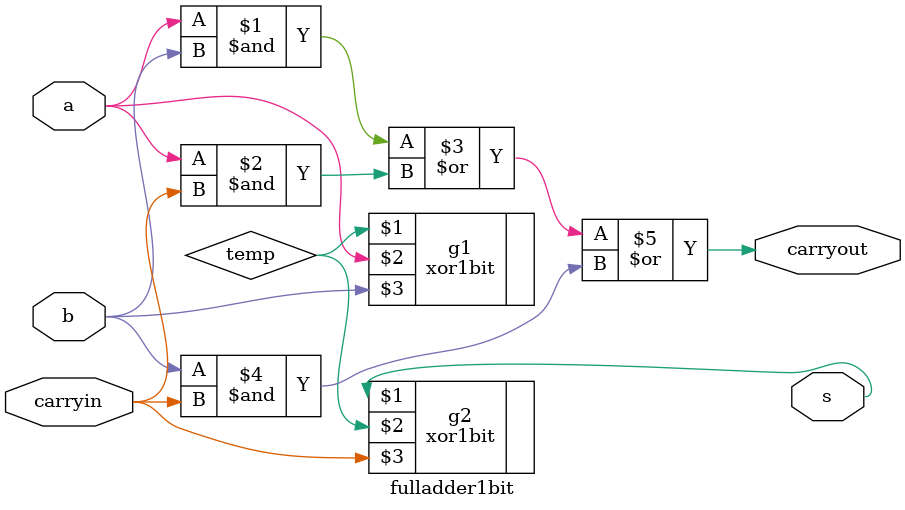
<source format=v>
`timescale 1ns / 1ps
module adder8bit(
    output [7:0] sum,
    output Cout,
    input [7:0] inp1,
    input [7:0] inp2,
    input Cin,
    output overflow
    );
	 
	 wire d,e,f,g,h,i;
	 wire[7:0] tempsum;
    fulladder1bit adder0(tempsum[0],d,inp1[0],inp2[0],Cin);
	 fulladder1bit adder1(tempsum[1],e,inp1[1],inp2[1],d);
	 fulladder1bit adder2(tempsum[2],f,inp1[2],inp2[2],e);
	 fulladder1bit adder3(tempsum[3],g,inp1[3],inp2[3],f);
	 fulladder1bit adder4(tempsum[4],h,inp1[4],inp2[4],g);
	 fulladder1bit adder5(tempsum[5],i,inp1[5],inp2[5],h);
	 fulladder1bit adder6(tempsum[6],j,inp1[6],inp2[6],i);
	 fulladder1bit adder7(tempsum[7],Cout,inp1[7],inp2[7],j);
	 assign overflow = (((~inp1[7])&(~inp2[7])&tempsum[7])|(inp1[7]&inp2[7]&(~tempsum[7]))); 
	 assign sum[0] = ((overflow&(1'b0))|((~overflow)&tempsum[0]));
	 assign sum[1] = ((overflow&(1'b0))|((~overflow)&tempsum[1]));
	 assign sum[2] = ((overflow&(1'b0))|((~overflow)&tempsum[2]));
	 assign sum[3] = ((overflow&(1'b0))|((~overflow)&tempsum[3]));
	 assign sum[4] = ((overflow&(1'b0))|((~overflow)&tempsum[4]));
	 assign sum[5] = ((overflow&(1'b0))|((~overflow)&tempsum[5]));
	 assign sum[6] = ((overflow&(1'b0))|((~overflow)&tempsum[6]));
	 assign sum[7] = ((overflow&(1'b0))|((~overflow)&tempsum[7]));

endmodule

module fulladder1bit(
	 output s,
	 output carryout,
	 input a,
	 input b,
	 input carryin
	 );
	 wire temp;
	 xor1bit g1(temp,a,b);
	 xor1bit g2(s,temp,carryin);
	 assign carryout = ((a&b)|(a&carryin)|(b&carryin));
	 
endmodule	 

</source>
